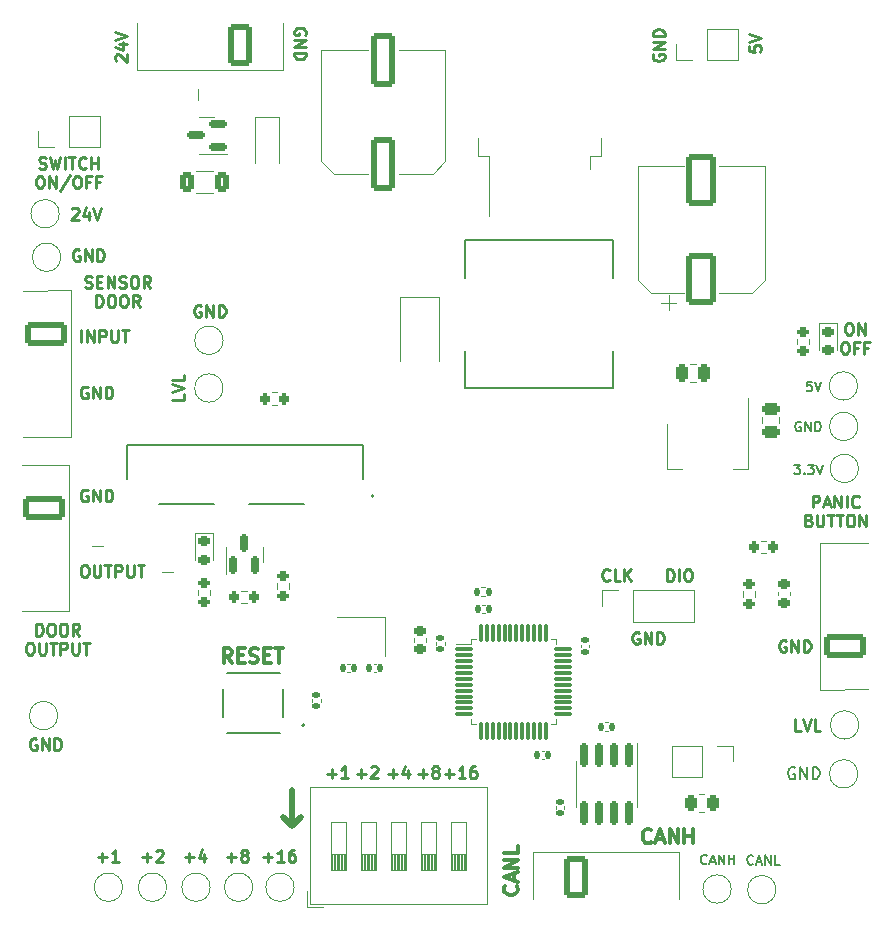
<source format=gto>
G04 #@! TF.GenerationSoftware,KiCad,Pcbnew,(6.0.11)*
G04 #@! TF.CreationDate,2023-08-29T14:33:34-05:00*
G04 #@! TF.ProjectId,Puerta,50756572-7461-42e6-9b69-6361645f7063,rev?*
G04 #@! TF.SameCoordinates,Original*
G04 #@! TF.FileFunction,Legend,Top*
G04 #@! TF.FilePolarity,Positive*
%FSLAX46Y46*%
G04 Gerber Fmt 4.6, Leading zero omitted, Abs format (unit mm)*
G04 Created by KiCad (PCBNEW (6.0.11)) date 2023-08-29 14:33:34*
%MOMM*%
%LPD*%
G01*
G04 APERTURE LIST*
G04 Aperture macros list*
%AMRoundRect*
0 Rectangle with rounded corners*
0 $1 Rounding radius*
0 $2 $3 $4 $5 $6 $7 $8 $9 X,Y pos of 4 corners*
0 Add a 4 corners polygon primitive as box body*
4,1,4,$2,$3,$4,$5,$6,$7,$8,$9,$2,$3,0*
0 Add four circle primitives for the rounded corners*
1,1,$1+$1,$2,$3*
1,1,$1+$1,$4,$5*
1,1,$1+$1,$6,$7*
1,1,$1+$1,$8,$9*
0 Add four rect primitives between the rounded corners*
20,1,$1+$1,$2,$3,$4,$5,0*
20,1,$1+$1,$4,$5,$6,$7,0*
20,1,$1+$1,$6,$7,$8,$9,0*
20,1,$1+$1,$8,$9,$2,$3,0*%
G04 Aperture macros list end*
%ADD10C,0.250000*%
%ADD11C,0.200000*%
%ADD12C,0.300000*%
%ADD13C,0.500000*%
%ADD14C,0.127000*%
%ADD15C,0.120000*%
%ADD16C,0.150000*%
%ADD17R,1.508000X1.508000*%
%ADD18C,1.508000*%
%ADD19C,1.800000*%
%ADD20RoundRect,0.249999X1.550001X-0.790001X1.550001X0.790001X-1.550001X0.790001X-1.550001X-0.790001X0*%
%ADD21O,3.600000X2.080000*%
%ADD22RoundRect,0.140000X-0.170000X0.140000X-0.170000X-0.140000X0.170000X-0.140000X0.170000X0.140000X0*%
%ADD23RoundRect,0.140000X-0.140000X-0.170000X0.140000X-0.170000X0.140000X0.170000X-0.140000X0.170000X0*%
%ADD24RoundRect,0.150000X-0.150000X0.825000X-0.150000X-0.825000X0.150000X-0.825000X0.150000X0.825000X0*%
%ADD25RoundRect,0.218750X-0.256250X0.218750X-0.256250X-0.218750X0.256250X-0.218750X0.256250X0.218750X0*%
%ADD26C,2.000000*%
%ADD27RoundRect,0.200000X0.200000X0.275000X-0.200000X0.275000X-0.200000X-0.275000X0.200000X-0.275000X0*%
%ADD28RoundRect,0.150000X0.150000X-0.587500X0.150000X0.587500X-0.150000X0.587500X-0.150000X-0.587500X0*%
%ADD29RoundRect,0.225000X-0.250000X0.225000X-0.250000X-0.225000X0.250000X-0.225000X0.250000X0.225000X0*%
%ADD30R,0.910000X1.220000*%
%ADD31C,3.200000*%
%ADD32RoundRect,0.140000X0.170000X-0.140000X0.170000X0.140000X-0.170000X0.140000X-0.170000X-0.140000X0*%
%ADD33RoundRect,0.200000X-0.275000X0.200000X-0.275000X-0.200000X0.275000X-0.200000X0.275000X0.200000X0*%
%ADD34RoundRect,0.250000X0.312500X0.625000X-0.312500X0.625000X-0.312500X-0.625000X0.312500X-0.625000X0*%
%ADD35RoundRect,0.249999X-1.550001X0.790001X-1.550001X-0.790001X1.550001X-0.790001X1.550001X0.790001X0*%
%ADD36R,1.600000X1.600000*%
%ADD37O,1.600000X1.600000*%
%ADD38RoundRect,0.249999X-0.790001X-1.550001X0.790001X-1.550001X0.790001X1.550001X-0.790001X1.550001X0*%
%ADD39O,2.080000X3.600000*%
%ADD40R,1.800000X2.500000*%
%ADD41R,1.100000X4.600000*%
%ADD42R,10.800000X9.400000*%
%ADD43RoundRect,0.249999X0.790001X1.550001X-0.790001X1.550001X-0.790001X-1.550001X0.790001X-1.550001X0*%
%ADD44RoundRect,0.250000X1.000000X-1.950000X1.000000X1.950000X-1.000000X1.950000X-1.000000X-1.950000X0*%
%ADD45R,1.000000X0.750000*%
%ADD46R,2.899999X5.399999*%
%ADD47R,1.700000X1.700000*%
%ADD48O,1.700000X1.700000*%
%ADD49RoundRect,0.250000X-0.262500X-0.450000X0.262500X-0.450000X0.262500X0.450000X-0.262500X0.450000X0*%
%ADD50RoundRect,0.140000X0.140000X0.170000X-0.140000X0.170000X-0.140000X-0.170000X0.140000X-0.170000X0*%
%ADD51RoundRect,0.200000X0.275000X-0.200000X0.275000X0.200000X-0.275000X0.200000X-0.275000X-0.200000X0*%
%ADD52RoundRect,0.150000X0.587500X0.150000X-0.587500X0.150000X-0.587500X-0.150000X0.587500X-0.150000X0*%
%ADD53R,1.200000X0.900000*%
%ADD54RoundRect,0.250000X0.475000X-0.250000X0.475000X0.250000X-0.475000X0.250000X-0.475000X-0.250000X0*%
%ADD55R,1.220000X0.910000*%
%ADD56RoundRect,0.225000X0.250000X-0.225000X0.250000X0.225000X-0.250000X0.225000X-0.250000X-0.225000X0*%
%ADD57RoundRect,0.200000X-0.200000X-0.275000X0.200000X-0.275000X0.200000X0.275000X-0.200000X0.275000X0*%
%ADD58RoundRect,0.250001X0.799999X-2.049999X0.799999X2.049999X-0.799999X2.049999X-0.799999X-2.049999X0*%
%ADD59RoundRect,0.075000X-0.662500X-0.075000X0.662500X-0.075000X0.662500X0.075000X-0.662500X0.075000X0*%
%ADD60RoundRect,0.075000X-0.075000X-0.662500X0.075000X-0.662500X0.075000X0.662500X-0.075000X0.662500X0*%
%ADD61R,1.500000X2.000000*%
%ADD62R,3.800000X2.000000*%
%ADD63RoundRect,0.250000X-0.250000X-0.475000X0.250000X-0.475000X0.250000X0.475000X-0.250000X0.475000X0*%
%ADD64R,1.400000X1.200000*%
%ADD65RoundRect,0.135000X0.135000X0.185000X-0.135000X0.185000X-0.135000X-0.185000X0.135000X-0.185000X0*%
G04 APERTURE END LIST*
D10*
X139563552Y-59327980D02*
X139754028Y-59327980D01*
X139849266Y-59375600D01*
X139944504Y-59470838D01*
X139992123Y-59661314D01*
X139992123Y-59994647D01*
X139944504Y-60185123D01*
X139849266Y-60280361D01*
X139754028Y-60327980D01*
X139563552Y-60327980D01*
X139468314Y-60280361D01*
X139373076Y-60185123D01*
X139325457Y-59994647D01*
X139325457Y-59661314D01*
X139373076Y-59470838D01*
X139468314Y-59375600D01*
X139563552Y-59327980D01*
X140420695Y-60327980D02*
X140420695Y-59327980D01*
X140992123Y-60327980D01*
X140992123Y-59327980D01*
X139230219Y-60937980D02*
X139420695Y-60937980D01*
X139515933Y-60985600D01*
X139611171Y-61080838D01*
X139658790Y-61271314D01*
X139658790Y-61604647D01*
X139611171Y-61795123D01*
X139515933Y-61890361D01*
X139420695Y-61937980D01*
X139230219Y-61937980D01*
X139134980Y-61890361D01*
X139039742Y-61795123D01*
X138992123Y-61604647D01*
X138992123Y-61271314D01*
X139039742Y-61080838D01*
X139134980Y-60985600D01*
X139230219Y-60937980D01*
X140420695Y-61414171D02*
X140087361Y-61414171D01*
X140087361Y-61937980D02*
X140087361Y-60937980D01*
X140563552Y-60937980D01*
X141277838Y-61414171D02*
X140944504Y-61414171D01*
X140944504Y-61937980D02*
X140944504Y-60937980D01*
X141420695Y-60937980D01*
X75195371Y-73490200D02*
X75100133Y-73442580D01*
X74957276Y-73442580D01*
X74814418Y-73490200D01*
X74719180Y-73585438D01*
X74671561Y-73680676D01*
X74623942Y-73871152D01*
X74623942Y-74014009D01*
X74671561Y-74204485D01*
X74719180Y-74299723D01*
X74814418Y-74394961D01*
X74957276Y-74442580D01*
X75052514Y-74442580D01*
X75195371Y-74394961D01*
X75242990Y-74347342D01*
X75242990Y-74014009D01*
X75052514Y-74014009D01*
X75671561Y-74442580D02*
X75671561Y-73442580D01*
X76242990Y-74442580D01*
X76242990Y-73442580D01*
X76719180Y-74442580D02*
X76719180Y-73442580D01*
X76957276Y-73442580D01*
X77100133Y-73490200D01*
X77195371Y-73585438D01*
X77242990Y-73680676D01*
X77290609Y-73871152D01*
X77290609Y-74014009D01*
X77242990Y-74204485D01*
X77195371Y-74299723D01*
X77100133Y-74394961D01*
X76957276Y-74442580D01*
X76719180Y-74442580D01*
X73866523Y-49687219D02*
X73914142Y-49639600D01*
X74009380Y-49591980D01*
X74247476Y-49591980D01*
X74342714Y-49639600D01*
X74390333Y-49687219D01*
X74437952Y-49782457D01*
X74437952Y-49877695D01*
X74390333Y-50020552D01*
X73818904Y-50591980D01*
X74437952Y-50591980D01*
X75295095Y-49925314D02*
X75295095Y-50591980D01*
X75057000Y-49544361D02*
X74818904Y-50258647D01*
X75437952Y-50258647D01*
X75676047Y-49591980D02*
X76009380Y-50591980D01*
X76342714Y-49591980D01*
X87001457Y-104574828D02*
X87763361Y-104574828D01*
X87382409Y-104955780D02*
X87382409Y-104193876D01*
X88382409Y-104384352D02*
X88287171Y-104336733D01*
X88239552Y-104289114D01*
X88191933Y-104193876D01*
X88191933Y-104146257D01*
X88239552Y-104051019D01*
X88287171Y-104003400D01*
X88382409Y-103955780D01*
X88572885Y-103955780D01*
X88668123Y-104003400D01*
X88715742Y-104051019D01*
X88763361Y-104146257D01*
X88763361Y-104193876D01*
X88715742Y-104289114D01*
X88668123Y-104336733D01*
X88572885Y-104384352D01*
X88382409Y-104384352D01*
X88287171Y-104431971D01*
X88239552Y-104479590D01*
X88191933Y-104574828D01*
X88191933Y-104765304D01*
X88239552Y-104860542D01*
X88287171Y-104908161D01*
X88382409Y-104955780D01*
X88572885Y-104955780D01*
X88668123Y-104908161D01*
X88715742Y-104860542D01*
X88763361Y-104765304D01*
X88763361Y-104574828D01*
X88715742Y-104479590D01*
X88668123Y-104431971D01*
X88572885Y-104384352D01*
X119394361Y-81078342D02*
X119346742Y-81125961D01*
X119203885Y-81173580D01*
X119108647Y-81173580D01*
X118965790Y-81125961D01*
X118870552Y-81030723D01*
X118822933Y-80935485D01*
X118775314Y-80745009D01*
X118775314Y-80602152D01*
X118822933Y-80411676D01*
X118870552Y-80316438D01*
X118965790Y-80221200D01*
X119108647Y-80173580D01*
X119203885Y-80173580D01*
X119346742Y-80221200D01*
X119394361Y-80268819D01*
X120299123Y-81173580D02*
X119822933Y-81173580D01*
X119822933Y-80173580D01*
X120632457Y-81173580D02*
X120632457Y-80173580D01*
X121203885Y-81173580D02*
X120775314Y-80602152D01*
X121203885Y-80173580D02*
X120632457Y-80745009D01*
X131202180Y-35852076D02*
X131202180Y-36328266D01*
X131678371Y-36375885D01*
X131630752Y-36328266D01*
X131583133Y-36233028D01*
X131583133Y-35994933D01*
X131630752Y-35899695D01*
X131678371Y-35852076D01*
X131773609Y-35804457D01*
X132011704Y-35804457D01*
X132106942Y-35852076D01*
X132154561Y-35899695D01*
X132202180Y-35994933D01*
X132202180Y-36233028D01*
X132154561Y-36328266D01*
X132106942Y-36375885D01*
X131202180Y-35518742D02*
X132202180Y-35185409D01*
X131202180Y-34852076D01*
X75195371Y-64778000D02*
X75100133Y-64730380D01*
X74957276Y-64730380D01*
X74814418Y-64778000D01*
X74719180Y-64873238D01*
X74671561Y-64968476D01*
X74623942Y-65158952D01*
X74623942Y-65301809D01*
X74671561Y-65492285D01*
X74719180Y-65587523D01*
X74814418Y-65682761D01*
X74957276Y-65730380D01*
X75052514Y-65730380D01*
X75195371Y-65682761D01*
X75242990Y-65635142D01*
X75242990Y-65301809D01*
X75052514Y-65301809D01*
X75671561Y-65730380D02*
X75671561Y-64730380D01*
X76242990Y-65730380D01*
X76242990Y-64730380D01*
X76719180Y-65730380D02*
X76719180Y-64730380D01*
X76957276Y-64730380D01*
X77100133Y-64778000D01*
X77195371Y-64873238D01*
X77242990Y-64968476D01*
X77290609Y-65158952D01*
X77290609Y-65301809D01*
X77242990Y-65492285D01*
X77195371Y-65587523D01*
X77100133Y-65682761D01*
X76957276Y-65730380D01*
X76719180Y-65730380D01*
D11*
X131546704Y-105111514D02*
X131508609Y-105149609D01*
X131394323Y-105187704D01*
X131318133Y-105187704D01*
X131203847Y-105149609D01*
X131127657Y-105073419D01*
X131089561Y-104997228D01*
X131051466Y-104844847D01*
X131051466Y-104730561D01*
X131089561Y-104578180D01*
X131127657Y-104501990D01*
X131203847Y-104425800D01*
X131318133Y-104387704D01*
X131394323Y-104387704D01*
X131508609Y-104425800D01*
X131546704Y-104463895D01*
X131851466Y-104959133D02*
X132232419Y-104959133D01*
X131775276Y-105187704D02*
X132041942Y-104387704D01*
X132308609Y-105187704D01*
X132575276Y-105187704D02*
X132575276Y-104387704D01*
X133032419Y-105187704D01*
X133032419Y-104387704D01*
X133794323Y-105187704D02*
X133413371Y-105187704D01*
X133413371Y-104387704D01*
D10*
X124274390Y-81198980D02*
X124274390Y-80198980D01*
X124512485Y-80198980D01*
X124655342Y-80246600D01*
X124750580Y-80341838D01*
X124798200Y-80437076D01*
X124845819Y-80627552D01*
X124845819Y-80770409D01*
X124798200Y-80960885D01*
X124750580Y-81056123D01*
X124655342Y-81151361D01*
X124512485Y-81198980D01*
X124274390Y-81198980D01*
X125274390Y-81198980D02*
X125274390Y-80198980D01*
X125941057Y-80198980D02*
X126131533Y-80198980D01*
X126226771Y-80246600D01*
X126322009Y-80341838D01*
X126369628Y-80532314D01*
X126369628Y-80865647D01*
X126322009Y-81056123D01*
X126226771Y-81151361D01*
X126131533Y-81198980D01*
X125941057Y-81198980D01*
X125845819Y-81151361D01*
X125750580Y-81056123D01*
X125702961Y-80865647D01*
X125702961Y-80532314D01*
X125750580Y-80341838D01*
X125845819Y-80246600D01*
X125941057Y-80198980D01*
X76079457Y-104574828D02*
X76841361Y-104574828D01*
X76460409Y-104955780D02*
X76460409Y-104193876D01*
X77841361Y-104955780D02*
X77269933Y-104955780D01*
X77555647Y-104955780D02*
X77555647Y-103955780D01*
X77460409Y-104098638D01*
X77365171Y-104193876D01*
X77269933Y-104241495D01*
X74862038Y-79843380D02*
X75052514Y-79843380D01*
X75147752Y-79891000D01*
X75242990Y-79986238D01*
X75290609Y-80176714D01*
X75290609Y-80510047D01*
X75242990Y-80700523D01*
X75147752Y-80795761D01*
X75052514Y-80843380D01*
X74862038Y-80843380D01*
X74766800Y-80795761D01*
X74671561Y-80700523D01*
X74623942Y-80510047D01*
X74623942Y-80176714D01*
X74671561Y-79986238D01*
X74766800Y-79891000D01*
X74862038Y-79843380D01*
X75719180Y-79843380D02*
X75719180Y-80652904D01*
X75766800Y-80748142D01*
X75814419Y-80795761D01*
X75909657Y-80843380D01*
X76100133Y-80843380D01*
X76195371Y-80795761D01*
X76242990Y-80748142D01*
X76290609Y-80652904D01*
X76290609Y-79843380D01*
X76623942Y-79843380D02*
X77195371Y-79843380D01*
X76909657Y-80843380D02*
X76909657Y-79843380D01*
X77528704Y-80843380D02*
X77528704Y-79843380D01*
X77909657Y-79843380D01*
X78004895Y-79891000D01*
X78052514Y-79938619D01*
X78100133Y-80033857D01*
X78100133Y-80176714D01*
X78052514Y-80271952D01*
X78004895Y-80319571D01*
X77909657Y-80367190D01*
X77528704Y-80367190D01*
X78528704Y-79843380D02*
X78528704Y-80652904D01*
X78576323Y-80748142D01*
X78623942Y-80795761D01*
X78719180Y-80843380D01*
X78909657Y-80843380D01*
X79004895Y-80795761D01*
X79052514Y-80748142D01*
X79100133Y-80652904D01*
X79100133Y-79843380D01*
X79433466Y-79843380D02*
X80004895Y-79843380D01*
X79719180Y-80843380D02*
X79719180Y-79843380D01*
X136579219Y-74958380D02*
X136579219Y-73958380D01*
X136960171Y-73958380D01*
X137055409Y-74006000D01*
X137103028Y-74053619D01*
X137150647Y-74148857D01*
X137150647Y-74291714D01*
X137103028Y-74386952D01*
X137055409Y-74434571D01*
X136960171Y-74482190D01*
X136579219Y-74482190D01*
X137531600Y-74672666D02*
X138007790Y-74672666D01*
X137436361Y-74958380D02*
X137769695Y-73958380D01*
X138103028Y-74958380D01*
X138436361Y-74958380D02*
X138436361Y-73958380D01*
X139007790Y-74958380D01*
X139007790Y-73958380D01*
X139483980Y-74958380D02*
X139483980Y-73958380D01*
X140531600Y-74863142D02*
X140483980Y-74910761D01*
X140341123Y-74958380D01*
X140245885Y-74958380D01*
X140103028Y-74910761D01*
X140007790Y-74815523D01*
X139960171Y-74720285D01*
X139912552Y-74529809D01*
X139912552Y-74386952D01*
X139960171Y-74196476D01*
X140007790Y-74101238D01*
X140103028Y-74006000D01*
X140245885Y-73958380D01*
X140341123Y-73958380D01*
X140483980Y-74006000D01*
X140531600Y-74053619D01*
X136269695Y-76044571D02*
X136412552Y-76092190D01*
X136460171Y-76139809D01*
X136507790Y-76235047D01*
X136507790Y-76377904D01*
X136460171Y-76473142D01*
X136412552Y-76520761D01*
X136317314Y-76568380D01*
X135936361Y-76568380D01*
X135936361Y-75568380D01*
X136269695Y-75568380D01*
X136364933Y-75616000D01*
X136412552Y-75663619D01*
X136460171Y-75758857D01*
X136460171Y-75854095D01*
X136412552Y-75949333D01*
X136364933Y-75996952D01*
X136269695Y-76044571D01*
X135936361Y-76044571D01*
X136936361Y-75568380D02*
X136936361Y-76377904D01*
X136983980Y-76473142D01*
X137031600Y-76520761D01*
X137126838Y-76568380D01*
X137317314Y-76568380D01*
X137412552Y-76520761D01*
X137460171Y-76473142D01*
X137507790Y-76377904D01*
X137507790Y-75568380D01*
X137841123Y-75568380D02*
X138412552Y-75568380D01*
X138126838Y-76568380D02*
X138126838Y-75568380D01*
X138603028Y-75568380D02*
X139174457Y-75568380D01*
X138888742Y-76568380D02*
X138888742Y-75568380D01*
X139698266Y-75568380D02*
X139888742Y-75568380D01*
X139983980Y-75616000D01*
X140079219Y-75711238D01*
X140126838Y-75901714D01*
X140126838Y-76235047D01*
X140079219Y-76425523D01*
X139983980Y-76520761D01*
X139888742Y-76568380D01*
X139698266Y-76568380D01*
X139603028Y-76520761D01*
X139507790Y-76425523D01*
X139460171Y-76235047D01*
X139460171Y-75901714D01*
X139507790Y-75711238D01*
X139603028Y-75616000D01*
X139698266Y-75568380D01*
X140555409Y-76568380D02*
X140555409Y-75568380D01*
X141126838Y-76568380D01*
X141126838Y-75568380D01*
X134315295Y-86241000D02*
X134220057Y-86193380D01*
X134077200Y-86193380D01*
X133934342Y-86241000D01*
X133839104Y-86336238D01*
X133791485Y-86431476D01*
X133743866Y-86621952D01*
X133743866Y-86764809D01*
X133791485Y-86955285D01*
X133839104Y-87050523D01*
X133934342Y-87145761D01*
X134077200Y-87193380D01*
X134172438Y-87193380D01*
X134315295Y-87145761D01*
X134362914Y-87098142D01*
X134362914Y-86764809D01*
X134172438Y-86764809D01*
X134791485Y-87193380D02*
X134791485Y-86193380D01*
X135362914Y-87193380D01*
X135362914Y-86193380D01*
X135839104Y-87193380D02*
X135839104Y-86193380D01*
X136077200Y-86193380D01*
X136220057Y-86241000D01*
X136315295Y-86336238D01*
X136362914Y-86431476D01*
X136410533Y-86621952D01*
X136410533Y-86764809D01*
X136362914Y-86955285D01*
X136315295Y-87050523D01*
X136220057Y-87145761D01*
X136077200Y-87193380D01*
X135839104Y-87193380D01*
X70866095Y-94546800D02*
X70770857Y-94499180D01*
X70628000Y-94499180D01*
X70485142Y-94546800D01*
X70389904Y-94642038D01*
X70342285Y-94737276D01*
X70294666Y-94927752D01*
X70294666Y-95070609D01*
X70342285Y-95261085D01*
X70389904Y-95356323D01*
X70485142Y-95451561D01*
X70628000Y-95499180D01*
X70723238Y-95499180D01*
X70866095Y-95451561D01*
X70913714Y-95403942D01*
X70913714Y-95070609D01*
X70723238Y-95070609D01*
X71342285Y-95499180D02*
X71342285Y-94499180D01*
X71913714Y-95499180D01*
X71913714Y-94499180D01*
X72389904Y-95499180D02*
X72389904Y-94499180D01*
X72628000Y-94499180D01*
X72770857Y-94546800D01*
X72866095Y-94642038D01*
X72913714Y-94737276D01*
X72961333Y-94927752D01*
X72961333Y-95070609D01*
X72913714Y-95261085D01*
X72866095Y-95356323D01*
X72770857Y-95451561D01*
X72628000Y-95499180D01*
X72389904Y-95499180D01*
D11*
X136525019Y-64306504D02*
X136144066Y-64306504D01*
X136105971Y-64687457D01*
X136144066Y-64649361D01*
X136220257Y-64611266D01*
X136410733Y-64611266D01*
X136486923Y-64649361D01*
X136525019Y-64687457D01*
X136563114Y-64763647D01*
X136563114Y-64954123D01*
X136525019Y-65030314D01*
X136486923Y-65068409D01*
X136410733Y-65106504D01*
X136220257Y-65106504D01*
X136144066Y-65068409D01*
X136105971Y-65030314D01*
X136791685Y-64306504D02*
X137058352Y-65106504D01*
X137325019Y-64306504D01*
D10*
X123096400Y-36575904D02*
X123048780Y-36671142D01*
X123048780Y-36814000D01*
X123096400Y-36956857D01*
X123191638Y-37052095D01*
X123286876Y-37099714D01*
X123477352Y-37147333D01*
X123620209Y-37147333D01*
X123810685Y-37099714D01*
X123905923Y-37052095D01*
X124001161Y-36956857D01*
X124048780Y-36814000D01*
X124048780Y-36718761D01*
X124001161Y-36575904D01*
X123953542Y-36528285D01*
X123620209Y-36528285D01*
X123620209Y-36718761D01*
X124048780Y-36099714D02*
X123048780Y-36099714D01*
X124048780Y-35528285D01*
X123048780Y-35528285D01*
X124048780Y-35052095D02*
X123048780Y-35052095D01*
X123048780Y-34814000D01*
X123096400Y-34671142D01*
X123191638Y-34575904D01*
X123286876Y-34528285D01*
X123477352Y-34480666D01*
X123620209Y-34480666D01*
X123810685Y-34528285D01*
X123905923Y-34575904D01*
X124001161Y-34671142D01*
X124048780Y-34814000D01*
X124048780Y-35052095D01*
X84785295Y-57869200D02*
X84690057Y-57821580D01*
X84547200Y-57821580D01*
X84404342Y-57869200D01*
X84309104Y-57964438D01*
X84261485Y-58059676D01*
X84213866Y-58250152D01*
X84213866Y-58393009D01*
X84261485Y-58583485D01*
X84309104Y-58678723D01*
X84404342Y-58773961D01*
X84547200Y-58821580D01*
X84642438Y-58821580D01*
X84785295Y-58773961D01*
X84832914Y-58726342D01*
X84832914Y-58393009D01*
X84642438Y-58393009D01*
X85261485Y-58821580D02*
X85261485Y-57821580D01*
X85832914Y-58821580D01*
X85832914Y-57821580D01*
X86309104Y-58821580D02*
X86309104Y-57821580D01*
X86547200Y-57821580D01*
X86690057Y-57869200D01*
X86785295Y-57964438D01*
X86832914Y-58059676D01*
X86880533Y-58250152D01*
X86880533Y-58393009D01*
X86832914Y-58583485D01*
X86785295Y-58678723D01*
X86690057Y-58773961D01*
X86547200Y-58821580D01*
X86309104Y-58821580D01*
X105422866Y-97488228D02*
X106184771Y-97488228D01*
X105803819Y-97869180D02*
X105803819Y-97107276D01*
X107184771Y-97869180D02*
X106613342Y-97869180D01*
X106899057Y-97869180D02*
X106899057Y-96869180D01*
X106803819Y-97012038D01*
X106708580Y-97107276D01*
X106613342Y-97154895D01*
X108041914Y-96869180D02*
X107851438Y-96869180D01*
X107756200Y-96916800D01*
X107708580Y-96964419D01*
X107613342Y-97107276D01*
X107565723Y-97297752D01*
X107565723Y-97678704D01*
X107613342Y-97773942D01*
X107660961Y-97821561D01*
X107756200Y-97869180D01*
X107946676Y-97869180D01*
X108041914Y-97821561D01*
X108089533Y-97773942D01*
X108137152Y-97678704D01*
X108137152Y-97440609D01*
X108089533Y-97345371D01*
X108041914Y-97297752D01*
X107946676Y-97250133D01*
X107756200Y-97250133D01*
X107660961Y-97297752D01*
X107613342Y-97345371D01*
X107565723Y-97440609D01*
X90081266Y-104574828D02*
X90843171Y-104574828D01*
X90462219Y-104955780D02*
X90462219Y-104193876D01*
X91843171Y-104955780D02*
X91271742Y-104955780D01*
X91557457Y-104955780D02*
X91557457Y-103955780D01*
X91462219Y-104098638D01*
X91366980Y-104193876D01*
X91271742Y-104241495D01*
X92700314Y-103955780D02*
X92509838Y-103955780D01*
X92414600Y-104003400D01*
X92366980Y-104051019D01*
X92271742Y-104193876D01*
X92224123Y-104384352D01*
X92224123Y-104765304D01*
X92271742Y-104860542D01*
X92319361Y-104908161D01*
X92414600Y-104955780D01*
X92605076Y-104955780D01*
X92700314Y-104908161D01*
X92747933Y-104860542D01*
X92795552Y-104765304D01*
X92795552Y-104527209D01*
X92747933Y-104431971D01*
X92700314Y-104384352D01*
X92605076Y-104336733D01*
X92414600Y-104336733D01*
X92319361Y-104384352D01*
X92271742Y-104431971D01*
X92224123Y-104527209D01*
D11*
X135585276Y-67722800D02*
X135509085Y-67684704D01*
X135394800Y-67684704D01*
X135280514Y-67722800D01*
X135204323Y-67798990D01*
X135166228Y-67875180D01*
X135128133Y-68027561D01*
X135128133Y-68141847D01*
X135166228Y-68294228D01*
X135204323Y-68370419D01*
X135280514Y-68446609D01*
X135394800Y-68484704D01*
X135470990Y-68484704D01*
X135585276Y-68446609D01*
X135623371Y-68408514D01*
X135623371Y-68141847D01*
X135470990Y-68141847D01*
X135966228Y-68484704D02*
X135966228Y-67684704D01*
X136423371Y-68484704D01*
X136423371Y-67684704D01*
X136804323Y-68484704D02*
X136804323Y-67684704D01*
X136994800Y-67684704D01*
X137109085Y-67722800D01*
X137185276Y-67798990D01*
X137223371Y-67875180D01*
X137261466Y-68027561D01*
X137261466Y-68141847D01*
X137223371Y-68294228D01*
X137185276Y-68370419D01*
X137109085Y-68446609D01*
X136994800Y-68484704D01*
X136804323Y-68484704D01*
D10*
X79813257Y-104574828D02*
X80575161Y-104574828D01*
X80194209Y-104955780D02*
X80194209Y-104193876D01*
X81003733Y-104051019D02*
X81051352Y-104003400D01*
X81146590Y-103955780D01*
X81384685Y-103955780D01*
X81479923Y-104003400D01*
X81527542Y-104051019D01*
X81575161Y-104146257D01*
X81575161Y-104241495D01*
X81527542Y-104384352D01*
X80956114Y-104955780D01*
X81575161Y-104955780D01*
X83420057Y-104574828D02*
X84181961Y-104574828D01*
X83801009Y-104955780D02*
X83801009Y-104193876D01*
X85086723Y-104289114D02*
X85086723Y-104955780D01*
X84848628Y-103908161D02*
X84610533Y-104622447D01*
X85229580Y-104622447D01*
D12*
X111528171Y-106997342D02*
X111585314Y-107054485D01*
X111642457Y-107225914D01*
X111642457Y-107340200D01*
X111585314Y-107511628D01*
X111471028Y-107625914D01*
X111356742Y-107683057D01*
X111128171Y-107740200D01*
X110956742Y-107740200D01*
X110728171Y-107683057D01*
X110613885Y-107625914D01*
X110499600Y-107511628D01*
X110442457Y-107340200D01*
X110442457Y-107225914D01*
X110499600Y-107054485D01*
X110556742Y-106997342D01*
X111299600Y-106540200D02*
X111299600Y-105968771D01*
X111642457Y-106654485D02*
X110442457Y-106254485D01*
X111642457Y-105854485D01*
X111642457Y-105454485D02*
X110442457Y-105454485D01*
X111642457Y-104768771D01*
X110442457Y-104768771D01*
X111642457Y-103625914D02*
X111642457Y-104197342D01*
X110442457Y-104197342D01*
D10*
X71109200Y-46234161D02*
X71252057Y-46281780D01*
X71490152Y-46281780D01*
X71585390Y-46234161D01*
X71633009Y-46186542D01*
X71680628Y-46091304D01*
X71680628Y-45996066D01*
X71633009Y-45900828D01*
X71585390Y-45853209D01*
X71490152Y-45805590D01*
X71299676Y-45757971D01*
X71204438Y-45710352D01*
X71156819Y-45662733D01*
X71109200Y-45567495D01*
X71109200Y-45472257D01*
X71156819Y-45377019D01*
X71204438Y-45329400D01*
X71299676Y-45281780D01*
X71537771Y-45281780D01*
X71680628Y-45329400D01*
X72013961Y-45281780D02*
X72252057Y-46281780D01*
X72442533Y-45567495D01*
X72633009Y-46281780D01*
X72871104Y-45281780D01*
X73252057Y-46281780D02*
X73252057Y-45281780D01*
X73585390Y-45281780D02*
X74156819Y-45281780D01*
X73871104Y-46281780D02*
X73871104Y-45281780D01*
X75061580Y-46186542D02*
X75013961Y-46234161D01*
X74871104Y-46281780D01*
X74775866Y-46281780D01*
X74633009Y-46234161D01*
X74537771Y-46138923D01*
X74490152Y-46043685D01*
X74442533Y-45853209D01*
X74442533Y-45710352D01*
X74490152Y-45519876D01*
X74537771Y-45424638D01*
X74633009Y-45329400D01*
X74775866Y-45281780D01*
X74871104Y-45281780D01*
X75013961Y-45329400D01*
X75061580Y-45377019D01*
X75490152Y-46281780D02*
X75490152Y-45281780D01*
X75490152Y-45757971D02*
X76061580Y-45757971D01*
X76061580Y-46281780D02*
X76061580Y-45281780D01*
X71085390Y-46891780D02*
X71275866Y-46891780D01*
X71371104Y-46939400D01*
X71466342Y-47034638D01*
X71513961Y-47225114D01*
X71513961Y-47558447D01*
X71466342Y-47748923D01*
X71371104Y-47844161D01*
X71275866Y-47891780D01*
X71085390Y-47891780D01*
X70990152Y-47844161D01*
X70894914Y-47748923D01*
X70847295Y-47558447D01*
X70847295Y-47225114D01*
X70894914Y-47034638D01*
X70990152Y-46939400D01*
X71085390Y-46891780D01*
X71942533Y-47891780D02*
X71942533Y-46891780D01*
X72513961Y-47891780D01*
X72513961Y-46891780D01*
X73704438Y-46844161D02*
X72847295Y-48129876D01*
X74228247Y-46891780D02*
X74418723Y-46891780D01*
X74513961Y-46939400D01*
X74609200Y-47034638D01*
X74656819Y-47225114D01*
X74656819Y-47558447D01*
X74609200Y-47748923D01*
X74513961Y-47844161D01*
X74418723Y-47891780D01*
X74228247Y-47891780D01*
X74133009Y-47844161D01*
X74037771Y-47748923D01*
X73990152Y-47558447D01*
X73990152Y-47225114D01*
X74037771Y-47034638D01*
X74133009Y-46939400D01*
X74228247Y-46891780D01*
X75418723Y-47367971D02*
X75085390Y-47367971D01*
X75085390Y-47891780D02*
X75085390Y-46891780D01*
X75561580Y-46891780D01*
X76275866Y-47367971D02*
X75942533Y-47367971D01*
X75942533Y-47891780D02*
X75942533Y-46891780D01*
X76418723Y-46891780D01*
X77627219Y-37156876D02*
X77579600Y-37109257D01*
X77531980Y-37014019D01*
X77531980Y-36775923D01*
X77579600Y-36680685D01*
X77627219Y-36633066D01*
X77722457Y-36585447D01*
X77817695Y-36585447D01*
X77960552Y-36633066D01*
X78531980Y-37204495D01*
X78531980Y-36585447D01*
X77865314Y-35728304D02*
X78531980Y-35728304D01*
X77484361Y-35966400D02*
X78198647Y-36204495D01*
X78198647Y-35585447D01*
X77531980Y-35347352D02*
X78531980Y-35014019D01*
X77531980Y-34680685D01*
X100666657Y-97488228D02*
X101428561Y-97488228D01*
X101047609Y-97869180D02*
X101047609Y-97107276D01*
X102333323Y-97202514D02*
X102333323Y-97869180D01*
X102095228Y-96821561D02*
X101857133Y-97535847D01*
X102476180Y-97535847D01*
X74671561Y-60929780D02*
X74671561Y-59929780D01*
X75147752Y-60929780D02*
X75147752Y-59929780D01*
X75719180Y-60929780D01*
X75719180Y-59929780D01*
X76195371Y-60929780D02*
X76195371Y-59929780D01*
X76576323Y-59929780D01*
X76671561Y-59977400D01*
X76719180Y-60025019D01*
X76766799Y-60120257D01*
X76766799Y-60263114D01*
X76719180Y-60358352D01*
X76671561Y-60405971D01*
X76576323Y-60453590D01*
X76195371Y-60453590D01*
X77195371Y-59929780D02*
X77195371Y-60739304D01*
X77242990Y-60834542D01*
X77290609Y-60882161D01*
X77385847Y-60929780D01*
X77576323Y-60929780D01*
X77671561Y-60882161D01*
X77719180Y-60834542D01*
X77766799Y-60739304D01*
X77766799Y-59929780D01*
X78100133Y-59929780D02*
X78671561Y-59929780D01*
X78385847Y-60929780D02*
X78385847Y-59929780D01*
D11*
X135083161Y-97010600D02*
X134987923Y-96962980D01*
X134845066Y-96962980D01*
X134702208Y-97010600D01*
X134606970Y-97105838D01*
X134559351Y-97201076D01*
X134511732Y-97391552D01*
X134511732Y-97534409D01*
X134559351Y-97724885D01*
X134606970Y-97820123D01*
X134702208Y-97915361D01*
X134845066Y-97962980D01*
X134940304Y-97962980D01*
X135083161Y-97915361D01*
X135130780Y-97867742D01*
X135130780Y-97534409D01*
X134940304Y-97534409D01*
X135559351Y-97962980D02*
X135559351Y-96962980D01*
X136130780Y-97962980D01*
X136130780Y-96962980D01*
X136606970Y-97962980D02*
X136606970Y-96962980D01*
X136845066Y-96962980D01*
X136987923Y-97010600D01*
X137083161Y-97105838D01*
X137130780Y-97201076D01*
X137178399Y-97391552D01*
X137178399Y-97534409D01*
X137130780Y-97724885D01*
X137083161Y-97820123D01*
X136987923Y-97915361D01*
X136845066Y-97962980D01*
X136606970Y-97962980D01*
D12*
X87411142Y-88096657D02*
X87011142Y-87525228D01*
X86725428Y-88096657D02*
X86725428Y-86896657D01*
X87182571Y-86896657D01*
X87296857Y-86953800D01*
X87354000Y-87010942D01*
X87411142Y-87125228D01*
X87411142Y-87296657D01*
X87354000Y-87410942D01*
X87296857Y-87468085D01*
X87182571Y-87525228D01*
X86725428Y-87525228D01*
X87925428Y-87468085D02*
X88325428Y-87468085D01*
X88496857Y-88096657D02*
X87925428Y-88096657D01*
X87925428Y-86896657D01*
X88496857Y-86896657D01*
X88954000Y-88039514D02*
X89125428Y-88096657D01*
X89411142Y-88096657D01*
X89525428Y-88039514D01*
X89582571Y-87982371D01*
X89639714Y-87868085D01*
X89639714Y-87753800D01*
X89582571Y-87639514D01*
X89525428Y-87582371D01*
X89411142Y-87525228D01*
X89182571Y-87468085D01*
X89068285Y-87410942D01*
X89011142Y-87353800D01*
X88954000Y-87239514D01*
X88954000Y-87125228D01*
X89011142Y-87010942D01*
X89068285Y-86953800D01*
X89182571Y-86896657D01*
X89468285Y-86896657D01*
X89639714Y-86953800D01*
X90154000Y-87468085D02*
X90554000Y-87468085D01*
X90725428Y-88096657D02*
X90154000Y-88096657D01*
X90154000Y-86896657D01*
X90725428Y-86896657D01*
X91068285Y-86896657D02*
X91754000Y-86896657D01*
X91411142Y-88096657D02*
X91411142Y-86896657D01*
D10*
X97999657Y-97488228D02*
X98761561Y-97488228D01*
X98380609Y-97869180D02*
X98380609Y-97107276D01*
X99190133Y-96964419D02*
X99237752Y-96916800D01*
X99332990Y-96869180D01*
X99571085Y-96869180D01*
X99666323Y-96916800D01*
X99713942Y-96964419D01*
X99761561Y-97059657D01*
X99761561Y-97154895D01*
X99713942Y-97297752D01*
X99142514Y-97869180D01*
X99761561Y-97869180D01*
X74498295Y-53144800D02*
X74403057Y-53097180D01*
X74260200Y-53097180D01*
X74117342Y-53144800D01*
X74022104Y-53240038D01*
X73974485Y-53335276D01*
X73926866Y-53525752D01*
X73926866Y-53668609D01*
X73974485Y-53859085D01*
X74022104Y-53954323D01*
X74117342Y-54049561D01*
X74260200Y-54097180D01*
X74355438Y-54097180D01*
X74498295Y-54049561D01*
X74545914Y-54001942D01*
X74545914Y-53668609D01*
X74355438Y-53668609D01*
X74974485Y-54097180D02*
X74974485Y-53097180D01*
X75545914Y-54097180D01*
X75545914Y-53097180D01*
X76022104Y-54097180D02*
X76022104Y-53097180D01*
X76260200Y-53097180D01*
X76403057Y-53144800D01*
X76498295Y-53240038D01*
X76545914Y-53335276D01*
X76593533Y-53525752D01*
X76593533Y-53668609D01*
X76545914Y-53859085D01*
X76498295Y-53954323D01*
X76403057Y-54049561D01*
X76260200Y-54097180D01*
X76022104Y-54097180D01*
D13*
X92475085Y-98907790D02*
X92475085Y-101955409D01*
X91713180Y-101193504D02*
X92475085Y-101955409D01*
X93236990Y-101193504D01*
D11*
X127616066Y-105086114D02*
X127577971Y-105124209D01*
X127463685Y-105162304D01*
X127387495Y-105162304D01*
X127273209Y-105124209D01*
X127197019Y-105048019D01*
X127158923Y-104971828D01*
X127120828Y-104819447D01*
X127120828Y-104705161D01*
X127158923Y-104552780D01*
X127197019Y-104476590D01*
X127273209Y-104400400D01*
X127387495Y-104362304D01*
X127463685Y-104362304D01*
X127577971Y-104400400D01*
X127616066Y-104438495D01*
X127920828Y-104933733D02*
X128301780Y-104933733D01*
X127844638Y-105162304D02*
X128111304Y-104362304D01*
X128377971Y-105162304D01*
X128644638Y-105162304D02*
X128644638Y-104362304D01*
X129101780Y-105162304D01*
X129101780Y-104362304D01*
X129482733Y-105162304D02*
X129482733Y-104362304D01*
X129482733Y-104743257D02*
X129939876Y-104743257D01*
X129939876Y-105162304D02*
X129939876Y-104362304D01*
X135039247Y-71342304D02*
X135534485Y-71342304D01*
X135267819Y-71647066D01*
X135382104Y-71647066D01*
X135458295Y-71685161D01*
X135496390Y-71723257D01*
X135534485Y-71799447D01*
X135534485Y-71989923D01*
X135496390Y-72066114D01*
X135458295Y-72104209D01*
X135382104Y-72142304D01*
X135153533Y-72142304D01*
X135077342Y-72104209D01*
X135039247Y-72066114D01*
X135877342Y-72066114D02*
X135915438Y-72104209D01*
X135877342Y-72142304D01*
X135839247Y-72104209D01*
X135877342Y-72066114D01*
X135877342Y-72142304D01*
X136182104Y-71342304D02*
X136677342Y-71342304D01*
X136410676Y-71647066D01*
X136524961Y-71647066D01*
X136601152Y-71685161D01*
X136639247Y-71723257D01*
X136677342Y-71799447D01*
X136677342Y-71989923D01*
X136639247Y-72066114D01*
X136601152Y-72104209D01*
X136524961Y-72142304D01*
X136296390Y-72142304D01*
X136220200Y-72104209D01*
X136182104Y-72066114D01*
X136905914Y-71342304D02*
X137172580Y-72142304D01*
X137439247Y-71342304D01*
D10*
X74987495Y-56317961D02*
X75130352Y-56365580D01*
X75368447Y-56365580D01*
X75463685Y-56317961D01*
X75511304Y-56270342D01*
X75558923Y-56175104D01*
X75558923Y-56079866D01*
X75511304Y-55984628D01*
X75463685Y-55937009D01*
X75368447Y-55889390D01*
X75177971Y-55841771D01*
X75082733Y-55794152D01*
X75035114Y-55746533D01*
X74987495Y-55651295D01*
X74987495Y-55556057D01*
X75035114Y-55460819D01*
X75082733Y-55413200D01*
X75177971Y-55365580D01*
X75416066Y-55365580D01*
X75558923Y-55413200D01*
X75987495Y-55841771D02*
X76320828Y-55841771D01*
X76463685Y-56365580D02*
X75987495Y-56365580D01*
X75987495Y-55365580D01*
X76463685Y-55365580D01*
X76892257Y-56365580D02*
X76892257Y-55365580D01*
X77463685Y-56365580D01*
X77463685Y-55365580D01*
X77892257Y-56317961D02*
X78035114Y-56365580D01*
X78273209Y-56365580D01*
X78368447Y-56317961D01*
X78416066Y-56270342D01*
X78463685Y-56175104D01*
X78463685Y-56079866D01*
X78416066Y-55984628D01*
X78368447Y-55937009D01*
X78273209Y-55889390D01*
X78082733Y-55841771D01*
X77987495Y-55794152D01*
X77939876Y-55746533D01*
X77892257Y-55651295D01*
X77892257Y-55556057D01*
X77939876Y-55460819D01*
X77987495Y-55413200D01*
X78082733Y-55365580D01*
X78320828Y-55365580D01*
X78463685Y-55413200D01*
X79082733Y-55365580D02*
X79273209Y-55365580D01*
X79368447Y-55413200D01*
X79463685Y-55508438D01*
X79511304Y-55698914D01*
X79511304Y-56032247D01*
X79463685Y-56222723D01*
X79368447Y-56317961D01*
X79273209Y-56365580D01*
X79082733Y-56365580D01*
X78987495Y-56317961D01*
X78892257Y-56222723D01*
X78844638Y-56032247D01*
X78844638Y-55698914D01*
X78892257Y-55508438D01*
X78987495Y-55413200D01*
X79082733Y-55365580D01*
X80511304Y-56365580D02*
X80177971Y-55889390D01*
X79939876Y-56365580D02*
X79939876Y-55365580D01*
X80320828Y-55365580D01*
X80416066Y-55413200D01*
X80463685Y-55460819D01*
X80511304Y-55556057D01*
X80511304Y-55698914D01*
X80463685Y-55794152D01*
X80416066Y-55841771D01*
X80320828Y-55889390D01*
X79939876Y-55889390D01*
X75939876Y-57975580D02*
X75939876Y-56975580D01*
X76177971Y-56975580D01*
X76320828Y-57023200D01*
X76416066Y-57118438D01*
X76463685Y-57213676D01*
X76511304Y-57404152D01*
X76511304Y-57547009D01*
X76463685Y-57737485D01*
X76416066Y-57832723D01*
X76320828Y-57927961D01*
X76177971Y-57975580D01*
X75939876Y-57975580D01*
X77130352Y-56975580D02*
X77320828Y-56975580D01*
X77416066Y-57023200D01*
X77511304Y-57118438D01*
X77558923Y-57308914D01*
X77558923Y-57642247D01*
X77511304Y-57832723D01*
X77416066Y-57927961D01*
X77320828Y-57975580D01*
X77130352Y-57975580D01*
X77035114Y-57927961D01*
X76939876Y-57832723D01*
X76892257Y-57642247D01*
X76892257Y-57308914D01*
X76939876Y-57118438D01*
X77035114Y-57023200D01*
X77130352Y-56975580D01*
X78177971Y-56975580D02*
X78368447Y-56975580D01*
X78463685Y-57023200D01*
X78558923Y-57118438D01*
X78606542Y-57308914D01*
X78606542Y-57642247D01*
X78558923Y-57832723D01*
X78463685Y-57927961D01*
X78368447Y-57975580D01*
X78177971Y-57975580D01*
X78082733Y-57927961D01*
X77987495Y-57832723D01*
X77939876Y-57642247D01*
X77939876Y-57308914D01*
X77987495Y-57118438D01*
X78082733Y-57023200D01*
X78177971Y-56975580D01*
X79606542Y-57975580D02*
X79273209Y-57499390D01*
X79035114Y-57975580D02*
X79035114Y-56975580D01*
X79416066Y-56975580D01*
X79511304Y-57023200D01*
X79558923Y-57070819D01*
X79606542Y-57166057D01*
X79606542Y-57308914D01*
X79558923Y-57404152D01*
X79511304Y-57451771D01*
X79416066Y-57499390D01*
X79035114Y-57499390D01*
X121894695Y-85555200D02*
X121799457Y-85507580D01*
X121656600Y-85507580D01*
X121513742Y-85555200D01*
X121418504Y-85650438D01*
X121370885Y-85745676D01*
X121323266Y-85936152D01*
X121323266Y-86079009D01*
X121370885Y-86269485D01*
X121418504Y-86364723D01*
X121513742Y-86459961D01*
X121656600Y-86507580D01*
X121751838Y-86507580D01*
X121894695Y-86459961D01*
X121942314Y-86412342D01*
X121942314Y-86079009D01*
X121751838Y-86079009D01*
X122370885Y-86507580D02*
X122370885Y-85507580D01*
X122942314Y-86507580D01*
X122942314Y-85507580D01*
X123418504Y-86507580D02*
X123418504Y-85507580D01*
X123656600Y-85507580D01*
X123799457Y-85555200D01*
X123894695Y-85650438D01*
X123942314Y-85745676D01*
X123989933Y-85936152D01*
X123989933Y-86079009D01*
X123942314Y-86269485D01*
X123894695Y-86364723D01*
X123799457Y-86459961D01*
X123656600Y-86507580D01*
X123418504Y-86507580D01*
X83357980Y-65370009D02*
X83357980Y-65846200D01*
X82357980Y-65846200D01*
X82357980Y-65179533D02*
X83357980Y-64846200D01*
X82357980Y-64512866D01*
X83357980Y-63703342D02*
X83357980Y-64179533D01*
X82357980Y-64179533D01*
X70834476Y-85804180D02*
X70834476Y-84804180D01*
X71072571Y-84804180D01*
X71215428Y-84851800D01*
X71310666Y-84947038D01*
X71358285Y-85042276D01*
X71405904Y-85232752D01*
X71405904Y-85375609D01*
X71358285Y-85566085D01*
X71310666Y-85661323D01*
X71215428Y-85756561D01*
X71072571Y-85804180D01*
X70834476Y-85804180D01*
X72024952Y-84804180D02*
X72215428Y-84804180D01*
X72310666Y-84851800D01*
X72405904Y-84947038D01*
X72453523Y-85137514D01*
X72453523Y-85470847D01*
X72405904Y-85661323D01*
X72310666Y-85756561D01*
X72215428Y-85804180D01*
X72024952Y-85804180D01*
X71929714Y-85756561D01*
X71834476Y-85661323D01*
X71786857Y-85470847D01*
X71786857Y-85137514D01*
X71834476Y-84947038D01*
X71929714Y-84851800D01*
X72024952Y-84804180D01*
X73072571Y-84804180D02*
X73263047Y-84804180D01*
X73358285Y-84851800D01*
X73453523Y-84947038D01*
X73501142Y-85137514D01*
X73501142Y-85470847D01*
X73453523Y-85661323D01*
X73358285Y-85756561D01*
X73263047Y-85804180D01*
X73072571Y-85804180D01*
X72977333Y-85756561D01*
X72882095Y-85661323D01*
X72834476Y-85470847D01*
X72834476Y-85137514D01*
X72882095Y-84947038D01*
X72977333Y-84851800D01*
X73072571Y-84804180D01*
X74501142Y-85804180D02*
X74167809Y-85327990D01*
X73929714Y-85804180D02*
X73929714Y-84804180D01*
X74310666Y-84804180D01*
X74405904Y-84851800D01*
X74453523Y-84899419D01*
X74501142Y-84994657D01*
X74501142Y-85137514D01*
X74453523Y-85232752D01*
X74405904Y-85280371D01*
X74310666Y-85327990D01*
X73929714Y-85327990D01*
X70239238Y-86414180D02*
X70429714Y-86414180D01*
X70524952Y-86461800D01*
X70620190Y-86557038D01*
X70667809Y-86747514D01*
X70667809Y-87080847D01*
X70620190Y-87271323D01*
X70524952Y-87366561D01*
X70429714Y-87414180D01*
X70239238Y-87414180D01*
X70144000Y-87366561D01*
X70048761Y-87271323D01*
X70001142Y-87080847D01*
X70001142Y-86747514D01*
X70048761Y-86557038D01*
X70144000Y-86461800D01*
X70239238Y-86414180D01*
X71096380Y-86414180D02*
X71096380Y-87223704D01*
X71144000Y-87318942D01*
X71191619Y-87366561D01*
X71286857Y-87414180D01*
X71477333Y-87414180D01*
X71572571Y-87366561D01*
X71620190Y-87318942D01*
X71667809Y-87223704D01*
X71667809Y-86414180D01*
X72001142Y-86414180D02*
X72572571Y-86414180D01*
X72286857Y-87414180D02*
X72286857Y-86414180D01*
X72905904Y-87414180D02*
X72905904Y-86414180D01*
X73286857Y-86414180D01*
X73382095Y-86461800D01*
X73429714Y-86509419D01*
X73477333Y-86604657D01*
X73477333Y-86747514D01*
X73429714Y-86842752D01*
X73382095Y-86890371D01*
X73286857Y-86937990D01*
X72905904Y-86937990D01*
X73905904Y-86414180D02*
X73905904Y-87223704D01*
X73953523Y-87318942D01*
X74001142Y-87366561D01*
X74096380Y-87414180D01*
X74286857Y-87414180D01*
X74382095Y-87366561D01*
X74429714Y-87318942D01*
X74477333Y-87223704D01*
X74477333Y-86414180D01*
X74810666Y-86414180D02*
X75382095Y-86414180D01*
X75096380Y-87414180D02*
X75096380Y-86414180D01*
D12*
X122933000Y-103273171D02*
X122875857Y-103330314D01*
X122704428Y-103387457D01*
X122590142Y-103387457D01*
X122418714Y-103330314D01*
X122304428Y-103216028D01*
X122247285Y-103101742D01*
X122190142Y-102873171D01*
X122190142Y-102701742D01*
X122247285Y-102473171D01*
X122304428Y-102358885D01*
X122418714Y-102244600D01*
X122590142Y-102187457D01*
X122704428Y-102187457D01*
X122875857Y-102244600D01*
X122933000Y-102301742D01*
X123390142Y-103044600D02*
X123961571Y-103044600D01*
X123275857Y-103387457D02*
X123675857Y-102187457D01*
X124075857Y-103387457D01*
X124475857Y-103387457D02*
X124475857Y-102187457D01*
X125161571Y-103387457D01*
X125161571Y-102187457D01*
X125733000Y-103387457D02*
X125733000Y-102187457D01*
X125733000Y-102758885D02*
X126418714Y-102758885D01*
X126418714Y-103387457D02*
X126418714Y-102187457D01*
D10*
X103181257Y-97488228D02*
X103943161Y-97488228D01*
X103562209Y-97869180D02*
X103562209Y-97107276D01*
X104562209Y-97297752D02*
X104466971Y-97250133D01*
X104419352Y-97202514D01*
X104371733Y-97107276D01*
X104371733Y-97059657D01*
X104419352Y-96964419D01*
X104466971Y-96916800D01*
X104562209Y-96869180D01*
X104752685Y-96869180D01*
X104847923Y-96916800D01*
X104895542Y-96964419D01*
X104943161Y-97059657D01*
X104943161Y-97107276D01*
X104895542Y-97202514D01*
X104847923Y-97250133D01*
X104752685Y-97297752D01*
X104562209Y-97297752D01*
X104466971Y-97345371D01*
X104419352Y-97392990D01*
X104371733Y-97488228D01*
X104371733Y-97678704D01*
X104419352Y-97773942D01*
X104466971Y-97821561D01*
X104562209Y-97869180D01*
X104752685Y-97869180D01*
X104847923Y-97821561D01*
X104895542Y-97773942D01*
X104943161Y-97678704D01*
X104943161Y-97488228D01*
X104895542Y-97392990D01*
X104847923Y-97345371D01*
X104752685Y-97297752D01*
X95485057Y-97488228D02*
X96246961Y-97488228D01*
X95866009Y-97869180D02*
X95866009Y-97107276D01*
X97246961Y-97869180D02*
X96675533Y-97869180D01*
X96961247Y-97869180D02*
X96961247Y-96869180D01*
X96866009Y-97012038D01*
X96770771Y-97107276D01*
X96675533Y-97154895D01*
X135581971Y-93873580D02*
X135105781Y-93873580D01*
X135105781Y-92873580D01*
X135772447Y-92873580D02*
X136105781Y-93873580D01*
X136439114Y-92873580D01*
X137248638Y-93873580D02*
X136772447Y-93873580D01*
X136772447Y-92873580D01*
X93641800Y-34925095D02*
X93689419Y-34829857D01*
X93689419Y-34687000D01*
X93641800Y-34544142D01*
X93546561Y-34448904D01*
X93451323Y-34401285D01*
X93260847Y-34353666D01*
X93117990Y-34353666D01*
X92927514Y-34401285D01*
X92832276Y-34448904D01*
X92737038Y-34544142D01*
X92689419Y-34687000D01*
X92689419Y-34782238D01*
X92737038Y-34925095D01*
X92784657Y-34972714D01*
X93117990Y-34972714D01*
X93117990Y-34782238D01*
X92689419Y-35401285D02*
X93689419Y-35401285D01*
X92689419Y-35972714D01*
X93689419Y-35972714D01*
X92689419Y-36448904D02*
X93689419Y-36448904D01*
X93689419Y-36687000D01*
X93641800Y-36829857D01*
X93546561Y-36925095D01*
X93451323Y-36972714D01*
X93260847Y-37020333D01*
X93117990Y-37020333D01*
X92927514Y-36972714D01*
X92832276Y-36925095D01*
X92737038Y-36829857D01*
X92689419Y-36687000D01*
X92689419Y-36448904D01*
D14*
X81229000Y-74686800D02*
X85929000Y-74686800D01*
X98519000Y-69686800D02*
X78519000Y-69686800D01*
X78519000Y-72516800D02*
X78519000Y-69686800D01*
X98519000Y-72516800D02*
X98519000Y-69686800D01*
X88849000Y-74686800D02*
X93549000Y-74686800D01*
D11*
X99419000Y-73986800D02*
G75*
G03*
X99419000Y-73986800I-100000J0D01*
G01*
D15*
X137247600Y-77985600D02*
X137247600Y-90365600D01*
X137247600Y-77985600D02*
X141262600Y-77978000D01*
X137248500Y-90377000D02*
X141263500Y-90369400D01*
X117657200Y-86582364D02*
X117657200Y-86798036D01*
X116937200Y-86582364D02*
X116937200Y-86798036D01*
X97202164Y-88184400D02*
X97417836Y-88184400D01*
X97202164Y-88904400D02*
X97417836Y-88904400D01*
X121686000Y-98374200D02*
X121686000Y-100324200D01*
X116566000Y-98374200D02*
X116566000Y-96424200D01*
X116566000Y-98374200D02*
X116566000Y-100324200D01*
X121686000Y-98374200D02*
X121686000Y-94924200D01*
X84329600Y-77126100D02*
X84329600Y-79411100D01*
X85799600Y-79411100D02*
X85799600Y-77126100D01*
X85799600Y-77126100D02*
X84329600Y-77126100D01*
X86671000Y-64846200D02*
G75*
G03*
X86671000Y-64846200I-1200000J0D01*
G01*
X88680058Y-83047100D02*
X88205542Y-83047100D01*
X88680058Y-82002100D02*
X88205542Y-82002100D01*
X90028200Y-78917800D02*
X90028200Y-78267800D01*
X86908200Y-78917800D02*
X86908200Y-78267800D01*
X86908200Y-78917800D02*
X86908200Y-80592800D01*
X90028200Y-78917800D02*
X90028200Y-79567800D01*
X133678200Y-82104620D02*
X133678200Y-82385780D01*
X134698200Y-82104620D02*
X134698200Y-82385780D01*
X84582000Y-39547800D02*
X84582000Y-40487600D01*
X105439800Y-86594836D02*
X105439800Y-86379164D01*
X104719800Y-86594836D02*
X104719800Y-86379164D01*
X84542100Y-81906342D02*
X84542100Y-82380858D01*
X85587100Y-81906342D02*
X85587100Y-82380858D01*
X85842464Y-46486400D02*
X84388336Y-46486400D01*
X85842464Y-48306400D02*
X84388336Y-48306400D01*
X73660900Y-71344800D02*
X69645900Y-71352400D01*
X73661800Y-83736200D02*
X69646800Y-83743800D01*
X73661800Y-83736200D02*
X73661800Y-71356200D01*
X99308800Y-105636600D02*
X99308800Y-104283267D01*
X94023800Y-108556600D02*
X94023800Y-98656600D01*
X106808800Y-105636600D02*
X106808800Y-104283267D01*
X95808800Y-105636600D02*
X97078800Y-105636600D01*
X107048800Y-105636600D02*
X107048800Y-104283267D01*
X104148800Y-105636600D02*
X104148800Y-104283267D01*
X102088800Y-105636600D02*
X102088800Y-104283267D01*
X96648800Y-105636600D02*
X96648800Y-104283267D01*
X96168800Y-105636600D02*
X96168800Y-104283267D01*
X101848800Y-105636600D02*
X101848800Y-104283267D01*
X103788800Y-105636600D02*
X103788800Y-104283267D01*
X104388800Y-105636600D02*
X104388800Y-104283267D01*
X103668800Y-105636600D02*
X103668800Y-104283267D01*
X105968800Y-104283267D02*
X107238800Y-104283267D01*
X98468800Y-105636600D02*
X98468800Y-104283267D01*
X95808800Y-101576600D02*
X95808800Y-105636600D01*
X101368800Y-105636600D02*
X101368800Y-104283267D01*
X96288800Y-105636600D02*
X96288800Y-104283267D01*
X96888800Y-105636600D02*
X96888800Y-104283267D01*
X106568800Y-105636600D02*
X106568800Y-104283267D01*
X100888800Y-101576600D02*
X100888800Y-105636600D01*
X93783800Y-108796600D02*
X93783800Y-107412600D01*
X97078800Y-105636600D02*
X97078800Y-101576600D01*
X105968800Y-105636600D02*
X107238800Y-105636600D01*
X106928800Y-105636600D02*
X106928800Y-104283267D01*
X104698800Y-105636600D02*
X104698800Y-101576600D01*
X104028800Y-105636600D02*
X104028800Y-104283267D01*
X98348800Y-104283267D02*
X99618800Y-104283267D01*
X93783800Y-108796600D02*
X95166800Y-108796600D01*
X94023800Y-108556600D02*
X109023800Y-108556600D01*
X98348800Y-101576600D02*
X98348800Y-105636600D01*
X101248800Y-105636600D02*
X101248800Y-104283267D01*
X106208800Y-105636600D02*
X106208800Y-104283267D01*
X98708800Y-105636600D02*
X98708800Y-104283267D01*
X98828800Y-105636600D02*
X98828800Y-104283267D01*
X109023800Y-108556600D02*
X109023800Y-98656600D01*
X104268800Y-105636600D02*
X104268800Y-104283267D01*
X101728800Y-105636600D02*
X101728800Y-104283267D01*
X101488800Y-105636600D02*
X101488800Y-104283267D01*
X105968800Y-101576600D02*
X105968800Y-105636600D01*
X103428800Y-101576600D02*
X103428800Y-105636600D01*
X101128800Y-105636600D02*
X101128800Y-104283267D01*
X99548800Y-105636600D02*
X99548800Y-104283267D01*
X101968800Y-105636600D02*
X101968800Y-104283267D01*
X96408800Y-105636600D02*
X96408800Y-104283267D01*
X96528800Y-105636600D02*
X96528800Y-104283267D01*
X97078800Y-101576600D02*
X95808800Y-101576600D01*
X106328800Y-105636600D02*
X106328800Y-104283267D01*
X104698800Y-101576600D02*
X103428800Y-101576600D01*
X103428800Y-105636600D02*
X104698800Y-105636600D01*
X96768800Y-105636600D02*
X96768800Y-104283267D01*
X106688800Y-105636600D02*
X106688800Y-104283267D01*
X106088800Y-105636600D02*
X106088800Y-104283267D01*
X100888800Y-105636600D02*
X102158800Y-105636600D01*
X98948800Y-105636600D02*
X98948800Y-104283267D01*
X101008800Y-105636600D02*
X101008800Y-104283267D01*
X99188800Y-105636600D02*
X99188800Y-104283267D01*
X99618800Y-101576600D02*
X98348800Y-101576600D01*
X94023800Y-98656600D02*
X109023800Y-98656600D01*
X99068800Y-105636600D02*
X99068800Y-104283267D01*
X107168800Y-105636600D02*
X107168800Y-104283267D01*
X101608800Y-105636600D02*
X101608800Y-104283267D01*
X103428800Y-104283267D02*
X104698800Y-104283267D01*
X96048800Y-105636600D02*
X96048800Y-104283267D01*
X107238800Y-101576600D02*
X105968800Y-101576600D01*
X103908800Y-105636600D02*
X103908800Y-104283267D01*
X95808800Y-104283267D02*
X97078800Y-104283267D01*
X99618800Y-105636600D02*
X99618800Y-101576600D01*
X102158800Y-105636600D02*
X102158800Y-101576600D01*
X107238800Y-105636600D02*
X107238800Y-101576600D01*
X99428800Y-105636600D02*
X99428800Y-104283267D01*
X106448800Y-105636600D02*
X106448800Y-104283267D01*
X102158800Y-101576600D02*
X100888800Y-101576600D01*
X97008800Y-105636600D02*
X97008800Y-104283267D01*
X104508800Y-105636600D02*
X104508800Y-104283267D01*
X95928800Y-105636600D02*
X95928800Y-104283267D01*
X98348800Y-105636600D02*
X99618800Y-105636600D01*
X103548800Y-105636600D02*
X103548800Y-104283267D01*
X100888800Y-104283267D02*
X102158800Y-104283267D01*
X98588800Y-105636600D02*
X98588800Y-104283267D01*
X104628800Y-105636600D02*
X104628800Y-104283267D01*
X72802600Y-50088800D02*
G75*
G03*
X72802600Y-50088800I-1200000J0D01*
G01*
X85578800Y-107111800D02*
G75*
G03*
X85578800Y-107111800I-1200000J0D01*
G01*
X125265200Y-104112800D02*
X112885200Y-104112800D01*
X125265200Y-104112800D02*
X125272800Y-108127800D01*
X112873800Y-104113700D02*
X112881400Y-108128700D01*
X119018164Y-93162800D02*
X119233836Y-93162800D01*
X119018164Y-93882800D02*
X119233836Y-93882800D01*
X104926400Y-57153600D02*
X101626400Y-57153600D01*
X104926400Y-57153600D02*
X104926400Y-62553600D01*
X101626400Y-57153600D02*
X101626400Y-62553600D01*
X92690800Y-107111800D02*
G75*
G03*
X92690800Y-107111800I-1200000J0D01*
G01*
X91270858Y-65212700D02*
X90796342Y-65212700D01*
X91270858Y-66257700D02*
X90796342Y-66257700D01*
X109211800Y-45164800D02*
X109211800Y-50289800D01*
X108261800Y-43664800D02*
X108261800Y-45164800D01*
X108261800Y-45164800D02*
X109211800Y-45164800D01*
X117711800Y-45164800D02*
X117711800Y-46264800D01*
X118661800Y-45164800D02*
X117711800Y-45164800D01*
X118661800Y-43664800D02*
X118661800Y-45164800D01*
X79382600Y-37949400D02*
X91762600Y-37949400D01*
X91774000Y-37948500D02*
X91766400Y-33933500D01*
X79382600Y-37949400D02*
X79375000Y-33934400D01*
X124417800Y-58259600D02*
X124417800Y-57009600D01*
X122882237Y-56769600D02*
X121817800Y-55705163D01*
X132537800Y-55705163D02*
X132537800Y-46049600D01*
X123792800Y-57634600D02*
X125042800Y-57634600D01*
X122882237Y-56769600D02*
X125667800Y-56769600D01*
X121817800Y-55705163D02*
X121817800Y-46049600D01*
X121817800Y-46049600D02*
X125667800Y-46049600D01*
X131473363Y-56769600D02*
X132537800Y-55705163D01*
X131473363Y-56769600D02*
X128687800Y-56769600D01*
X132537800Y-46049600D02*
X128687800Y-46049600D01*
D14*
X86665600Y-90336200D02*
X86665600Y-92696200D01*
X91765600Y-92696200D02*
X91765600Y-90336200D01*
X86965600Y-88966200D02*
X91465600Y-88966200D01*
X86965600Y-94066200D02*
X91465600Y-94066200D01*
D11*
X93565600Y-93391200D02*
G75*
G03*
X93565600Y-93391200I-100000J0D01*
G01*
D15*
X140417400Y-97510600D02*
G75*
G03*
X140417400Y-97510600I-1200000J0D01*
G01*
D16*
X107186400Y-64847800D02*
X119686400Y-64847800D01*
X107186400Y-64847800D02*
X107186400Y-61697801D01*
X119686400Y-55497801D02*
X119686400Y-52347800D01*
X119686400Y-64847800D02*
X119686400Y-61697801D01*
X107186400Y-55497801D02*
X107186400Y-52347800D01*
X107186400Y-52347800D02*
X119686400Y-52347800D01*
D15*
X127259000Y-95113800D02*
X124659000Y-95113800D01*
X127259000Y-95113800D02*
X127259000Y-97773800D01*
X127259000Y-97773800D02*
X124659000Y-97773800D01*
X128529000Y-95113800D02*
X129859000Y-95113800D01*
X124659000Y-95113800D02*
X124659000Y-97773800D01*
X129859000Y-95113800D02*
X129859000Y-96443800D01*
X73619600Y-44433800D02*
X76219600Y-44433800D01*
X71019600Y-44433800D02*
X71019600Y-43103800D01*
X72349600Y-44433800D02*
X71019600Y-44433800D01*
X73619600Y-41773800D02*
X76219600Y-41773800D01*
X76219600Y-44433800D02*
X76219600Y-41773800D01*
X73619600Y-44433800D02*
X73619600Y-41773800D01*
X126976136Y-100709400D02*
X127430264Y-100709400D01*
X126976136Y-99239400D02*
X127430264Y-99239400D01*
X114829000Y-100488636D02*
X114829000Y-100272964D01*
X115549000Y-100488636D02*
X115549000Y-100272964D01*
X86671000Y-60807600D02*
G75*
G03*
X86671000Y-60807600I-1200000J0D01*
G01*
X99627636Y-88184400D02*
X99411964Y-88184400D01*
X99627636Y-88904400D02*
X99411964Y-88904400D01*
X135240500Y-61146458D02*
X135240500Y-60671942D01*
X136285500Y-61146458D02*
X136285500Y-60671942D01*
X85293200Y-41899400D02*
X84643200Y-41899400D01*
X85293200Y-45019400D02*
X86968200Y-45019400D01*
X85293200Y-45019400D02*
X84643200Y-45019400D01*
X85293200Y-41899400D02*
X85943200Y-41899400D01*
X91398600Y-41895200D02*
X91398600Y-45795200D01*
X89398600Y-41895200D02*
X89398600Y-45795200D01*
X91398600Y-41895200D02*
X89398600Y-41895200D01*
X133780200Y-67841400D02*
X133780200Y-67318896D01*
X132310200Y-67841400D02*
X132310200Y-67318896D01*
X72675600Y-92583000D02*
G75*
G03*
X72675600Y-92583000I-1200000J0D01*
G01*
X131713500Y-82533258D02*
X131713500Y-82058742D01*
X130668500Y-82533258D02*
X130668500Y-82058742D01*
X81534000Y-80441800D02*
X82473800Y-80441800D01*
X129698600Y-107264200D02*
G75*
G03*
X129698600Y-107264200I-1200000J0D01*
G01*
X140468200Y-71653400D02*
G75*
G03*
X140468200Y-71653400I-1200000J0D01*
G01*
X72929600Y-53771800D02*
G75*
G03*
X72929600Y-53771800I-1200000J0D01*
G01*
X121376200Y-84642400D02*
X121376200Y-81982400D01*
X118776200Y-83312400D02*
X118776200Y-81982400D01*
X121376200Y-81982400D02*
X126516200Y-81982400D01*
X126516200Y-84642400D02*
X126516200Y-81982400D01*
X118776200Y-81982400D02*
X120106200Y-81982400D01*
X121376200Y-84642400D02*
X126516200Y-84642400D01*
X108604164Y-83900600D02*
X108819836Y-83900600D01*
X108604164Y-83180600D02*
X108819836Y-83180600D01*
X92241900Y-81372942D02*
X92241900Y-81847458D01*
X91196900Y-81372942D02*
X91196900Y-81847458D01*
X103888000Y-86322780D02*
X103888000Y-86041620D01*
X102868000Y-86322780D02*
X102868000Y-86041620D01*
X132198342Y-77785700D02*
X132672858Y-77785700D01*
X132198342Y-78830700D02*
X132672858Y-78830700D01*
X96032837Y-46712800D02*
X98918400Y-46712800D01*
X96032837Y-46712800D02*
X94968400Y-45648363D01*
X105488400Y-45648363D02*
X105488400Y-36192800D01*
X104423963Y-46712800D02*
X101538400Y-46712800D01*
X94968400Y-36192800D02*
X98918400Y-36192800D01*
X105488400Y-36192800D02*
X101538400Y-36192800D01*
X94968400Y-45648363D02*
X94968400Y-36192800D01*
X104423963Y-46712800D02*
X105488400Y-45648363D01*
X81895800Y-107111800D02*
G75*
G03*
X81895800Y-107111800I-1200000J0D01*
G01*
X75590400Y-78181200D02*
X76530200Y-78181200D01*
X140392000Y-64668400D02*
G75*
G03*
X140392000Y-64668400I-1200000J0D01*
G01*
X108092000Y-93322800D02*
X107642000Y-93322800D01*
X108092000Y-86102800D02*
X107642000Y-86102800D01*
X107642000Y-93322800D02*
X107642000Y-92872800D01*
X114412000Y-86102800D02*
X114862000Y-86102800D01*
X107642000Y-86102800D02*
X107642000Y-86552800D01*
X114862000Y-86102800D02*
X114862000Y-86552800D01*
X114412000Y-93322800D02*
X114862000Y-93322800D01*
X107642000Y-86552800D02*
X106352000Y-86552800D01*
X114862000Y-93322800D02*
X114862000Y-92872800D01*
X73788800Y-68978800D02*
X73788800Y-56598800D01*
X73788800Y-68978800D02*
X69773800Y-68986400D01*
X73787900Y-56587400D02*
X69772900Y-56595000D01*
X131121200Y-65673800D02*
X131121200Y-71683800D01*
X124301200Y-67923800D02*
X124301200Y-71683800D01*
X124301200Y-71683800D02*
X125561200Y-71683800D01*
X131121200Y-71683800D02*
X129861200Y-71683800D01*
X78162000Y-107111800D02*
G75*
G03*
X78162000Y-107111800I-1200000J0D01*
G01*
X140493600Y-93370400D02*
G75*
G03*
X140493600Y-93370400I-1200000J0D01*
G01*
X89185600Y-107111800D02*
G75*
G03*
X89185600Y-107111800I-1200000J0D01*
G01*
X113849036Y-95550400D02*
X113633364Y-95550400D01*
X113849036Y-96270400D02*
X113633364Y-96270400D01*
X126179948Y-64311200D02*
X126702452Y-64311200D01*
X126179948Y-62841200D02*
X126702452Y-62841200D01*
X100351400Y-87527400D02*
X100351400Y-84227400D01*
X100351400Y-84227400D02*
X96351400Y-84227400D01*
X138631600Y-61658400D02*
X138631600Y-59373400D01*
X138631600Y-59373400D02*
X137161600Y-59373400D01*
X137161600Y-59373400D02*
X137161600Y-61658400D01*
X140417400Y-68097400D02*
G75*
G03*
X140417400Y-68097400I-1200000J0D01*
G01*
X133483200Y-107315000D02*
G75*
G03*
X133483200Y-107315000I-1200000J0D01*
G01*
X94204200Y-91205164D02*
X94204200Y-91420836D01*
X94924200Y-91205164D02*
X94924200Y-91420836D01*
X125030000Y-37067800D02*
X125030000Y-35737800D01*
X130230000Y-37067800D02*
X130230000Y-34407800D01*
X127630000Y-34407800D02*
X130230000Y-34407800D01*
X127630000Y-37067800D02*
X127630000Y-34407800D01*
X127630000Y-37067800D02*
X130230000Y-37067800D01*
X126360000Y-37067800D02*
X125030000Y-37067800D01*
X108840241Y-81712800D02*
X108532959Y-81712800D01*
X108840241Y-82472800D02*
X108532959Y-82472800D01*
%LPC*%
D17*
X97549000Y-73786800D03*
D18*
X95009000Y-73786800D03*
D19*
X87389000Y-73786800D03*
X79769000Y-73786800D03*
D20*
X139357600Y-86715600D03*
D21*
X139357600Y-81635600D03*
D22*
X117297200Y-86210200D03*
X117297200Y-87170200D03*
D23*
X96830000Y-88544400D03*
X97790000Y-88544400D03*
D24*
X121031000Y-95899200D03*
X119761000Y-95899200D03*
X118491000Y-95899200D03*
X117221000Y-95899200D03*
X117221000Y-100849200D03*
X118491000Y-100849200D03*
X119761000Y-100849200D03*
X121031000Y-100849200D03*
D25*
X85064600Y-77823600D03*
X85064600Y-79398600D03*
D26*
X85471000Y-64846200D03*
D27*
X89267800Y-82524600D03*
X87617800Y-82524600D03*
D28*
X87518200Y-79855300D03*
X89418200Y-79855300D03*
X88468200Y-77980300D03*
D29*
X134188200Y-81470200D03*
X134188200Y-83020200D03*
D30*
X83912200Y-40030400D03*
X87182200Y-40030400D03*
D31*
X73736200Y-37185600D03*
D32*
X105079800Y-86967000D03*
X105079800Y-86007000D03*
D33*
X85064600Y-81318600D03*
X85064600Y-82968600D03*
D34*
X86577900Y-47396400D03*
X83652900Y-47396400D03*
D35*
X71551800Y-75006200D03*
D21*
X71551800Y-80086200D03*
D36*
X96443800Y-107416600D03*
D37*
X98983800Y-107416600D03*
X101523800Y-107416600D03*
X104063800Y-107416600D03*
X106603800Y-107416600D03*
X106603800Y-99796600D03*
X104063800Y-99796600D03*
X101523800Y-99796600D03*
X98983800Y-99796600D03*
X96443800Y-99796600D03*
D26*
X71602600Y-50088800D03*
D31*
X73355200Y-102260400D03*
D26*
X84378800Y-107111800D03*
D38*
X116535200Y-106222800D03*
D39*
X121615200Y-106222800D03*
D23*
X118646000Y-93522800D03*
X119606000Y-93522800D03*
D40*
X103276400Y-58553600D03*
X103276400Y-62553600D03*
D26*
X91490800Y-107111800D03*
D31*
X137845800Y-103200200D03*
D27*
X91858600Y-65735200D03*
X90208600Y-65735200D03*
D41*
X110061800Y-47989800D03*
X111761800Y-47989800D03*
D42*
X113461800Y-38839800D03*
D41*
X113461800Y-47989800D03*
X115161800Y-47989800D03*
X116861800Y-47989800D03*
D43*
X88112600Y-35839400D03*
D39*
X83032600Y-35839400D03*
D44*
X127177800Y-55609600D03*
X127177800Y-47209600D03*
D45*
X92215600Y-93391200D03*
X86215600Y-93391200D03*
X92215600Y-89641200D03*
X86215600Y-89641200D03*
D26*
X139217400Y-97510600D03*
D46*
X108486400Y-58597799D03*
X118386400Y-58597799D03*
D47*
X128529000Y-96443800D03*
D48*
X125989000Y-96443800D03*
D47*
X72349600Y-43103800D03*
D48*
X74889600Y-43103800D03*
D49*
X126290700Y-99974400D03*
X128115700Y-99974400D03*
D32*
X115189000Y-100860800D03*
X115189000Y-99900800D03*
D26*
X85471000Y-60807600D03*
D50*
X99999800Y-88544400D03*
X99039800Y-88544400D03*
D51*
X135763000Y-61734200D03*
X135763000Y-60084200D03*
D52*
X86230700Y-44409400D03*
X86230700Y-42509400D03*
X84355700Y-43459400D03*
D53*
X90398600Y-42495200D03*
X90398600Y-45795200D03*
D54*
X133045200Y-68530148D03*
X133045200Y-66630148D03*
D26*
X71475600Y-92583000D03*
D51*
X131191000Y-83121000D03*
X131191000Y-81471000D03*
D55*
X82016600Y-81111600D03*
X82016600Y-77841600D03*
D26*
X128498600Y-107264200D03*
X139268200Y-71653400D03*
X71729600Y-53771800D03*
D47*
X120106200Y-83312400D03*
D48*
X122646200Y-83312400D03*
X125186200Y-83312400D03*
D23*
X108232000Y-83540600D03*
X109192000Y-83540600D03*
D33*
X91719400Y-80785200D03*
X91719400Y-82435200D03*
D31*
X136525000Y-37185600D03*
D56*
X103378000Y-86957200D03*
X103378000Y-85407200D03*
D57*
X131610600Y-78308200D03*
X133260600Y-78308200D03*
D58*
X100228400Y-45852800D03*
X100228400Y-37052800D03*
D26*
X80695800Y-107111800D03*
D55*
X76073000Y-78851000D03*
X76073000Y-75581000D03*
D26*
X139192000Y-64668400D03*
D59*
X107089500Y-86962800D03*
X107089500Y-87462800D03*
X107089500Y-87962800D03*
X107089500Y-88462800D03*
X107089500Y-88962800D03*
X107089500Y-89462800D03*
X107089500Y-89962800D03*
X107089500Y-90462800D03*
X107089500Y-90962800D03*
X107089500Y-91462800D03*
X107089500Y-91962800D03*
X107089500Y-92462800D03*
D60*
X108502000Y-93875300D03*
X109002000Y-93875300D03*
X109502000Y-93875300D03*
X110002000Y-93875300D03*
X110502000Y-93875300D03*
X111002000Y-93875300D03*
X111502000Y-93875300D03*
X112002000Y-93875300D03*
X112502000Y-93875300D03*
X113002000Y-93875300D03*
X113502000Y-93875300D03*
X114002000Y-93875300D03*
D59*
X115414500Y-92462800D03*
X115414500Y-91962800D03*
X115414500Y-91462800D03*
X115414500Y-90962800D03*
X115414500Y-90462800D03*
X115414500Y-89962800D03*
X115414500Y-89462800D03*
X115414500Y-88962800D03*
X115414500Y-88462800D03*
X115414500Y-87962800D03*
X115414500Y-87462800D03*
X115414500Y-86962800D03*
D60*
X114002000Y-85550300D03*
X113502000Y-85550300D03*
X113002000Y-85550300D03*
X112502000Y-85550300D03*
X112002000Y-85550300D03*
X111502000Y-85550300D03*
X111002000Y-85550300D03*
X110502000Y-85550300D03*
X110002000Y-85550300D03*
X109502000Y-85550300D03*
X109002000Y-85550300D03*
X108502000Y-85550300D03*
D35*
X71678800Y-60248800D03*
D21*
X71678800Y-65328800D03*
D61*
X130011200Y-66623800D03*
D62*
X127711200Y-72923800D03*
D61*
X127711200Y-66623800D03*
X125411200Y-66623800D03*
D26*
X76962000Y-107111800D03*
X139293600Y-93370400D03*
X87985600Y-107111800D03*
D50*
X114221200Y-95910400D03*
X113261200Y-95910400D03*
D63*
X125491200Y-63576200D03*
X127391200Y-63576200D03*
D64*
X99451400Y-85027400D03*
X97251400Y-85027400D03*
X97251400Y-86727400D03*
X99451400Y-86727400D03*
D25*
X137896600Y-60070900D03*
X137896600Y-61645900D03*
D26*
X139217400Y-68097400D03*
X132283200Y-107315000D03*
D22*
X94564200Y-90833000D03*
X94564200Y-91793000D03*
D47*
X126360000Y-35737800D03*
D48*
X128900000Y-35737800D03*
D65*
X109196600Y-82092800D03*
X108176600Y-82092800D03*
M02*

</source>
